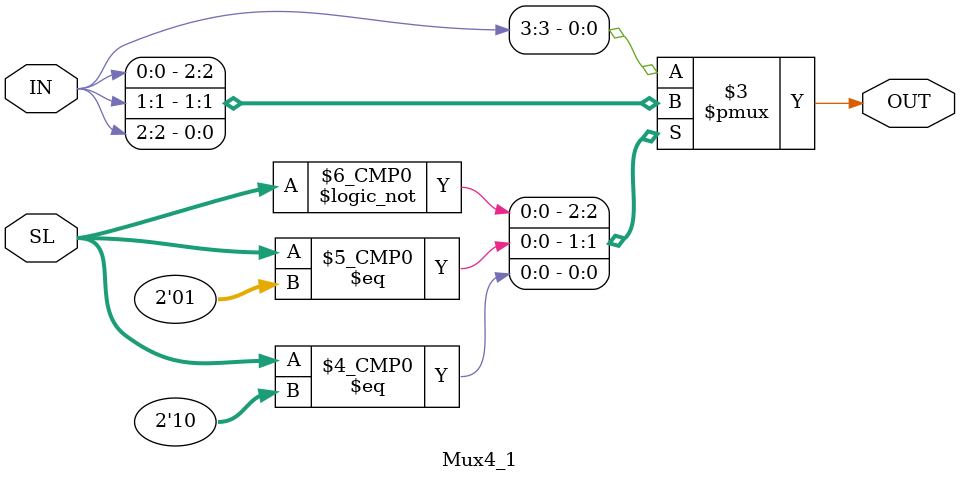
<source format=v>
`timescale 1ns / 1ps
module Mux4_1(
    input [3:0] IN,
    input [1:0] SL,
    output reg OUT
    );
always @ (SL, IN)
	begin 
	case (SL)
		0: OUT = IN[0];
		1: OUT = IN[1];
		2: OUT = IN[2];
		default: OUT = IN[3];
	endcase
	end

endmodule

</source>
